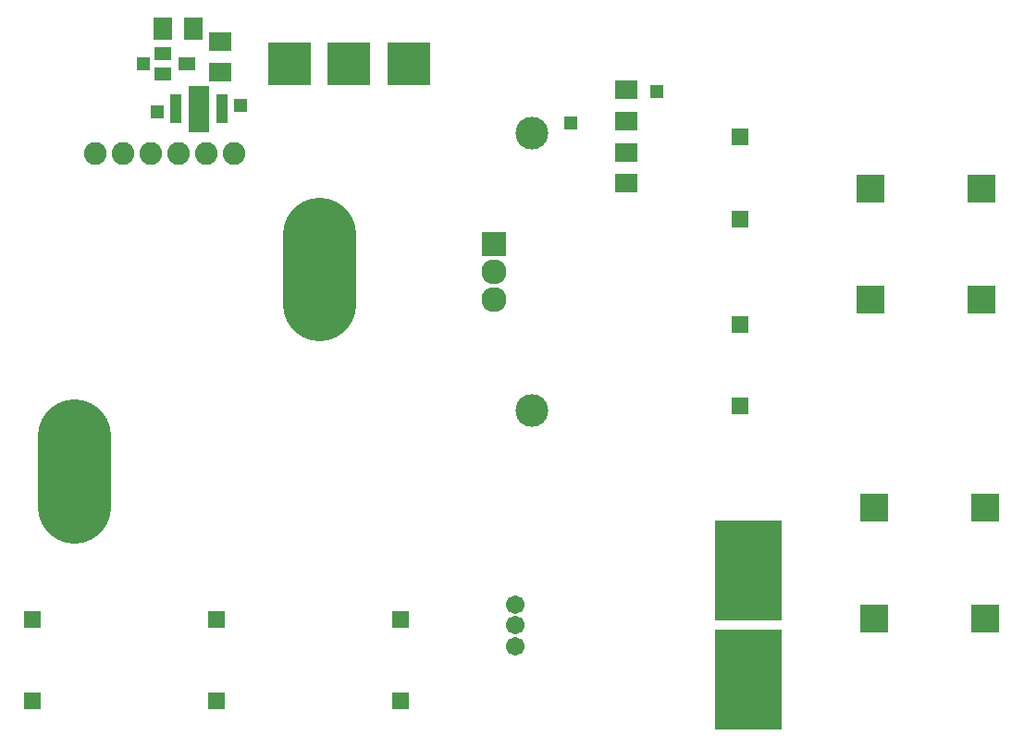
<source format=gts>
G75*
%MOIN*%
%OFA0B0*%
%FSLAX24Y24*%
%IPPOS*%
%LPD*%
%AMOC8*
5,1,8,0,0,1.08239X$1,22.5*
%
%ADD10R,0.1025X0.1025*%
%ADD11C,0.0820*%
%ADD12R,0.0905X0.0905*%
%ADD13C,0.0905*%
%ADD14C,0.1182*%
%ADD15R,0.0790X0.0710*%
%ADD16R,0.0430X0.0254*%
%ADD17R,0.0741X0.1655*%
%ADD18R,0.0595X0.0595*%
%ADD19C,0.0671*%
%ADD20R,0.2442X0.3623*%
%ADD21C,0.0477*%
%ADD22C,0.2620*%
%ADD23R,0.1580X0.1580*%
%ADD24R,0.0710X0.0789*%
%ADD25R,0.0789X0.0710*%
%ADD26R,0.0631X0.0474*%
%ADD27R,0.0476X0.0476*%
D10*
X033861Y016660D03*
X037861Y016660D03*
X037861Y020660D03*
X033861Y020660D03*
X033986Y009160D03*
X037986Y009160D03*
X037986Y005160D03*
X033986Y005160D03*
D11*
X010910Y021910D03*
X009910Y021910D03*
X008910Y021910D03*
X007910Y021910D03*
X006910Y021910D03*
X005910Y021910D03*
D12*
X020279Y018660D03*
D13*
X020279Y017660D03*
X020279Y016660D03*
D14*
X021660Y012660D03*
X021660Y022660D03*
D15*
X025035Y023100D03*
X025035Y024220D03*
X025035Y021970D03*
X025035Y020850D03*
D16*
X010489Y023151D03*
X010489Y023407D03*
X010489Y023663D03*
X010489Y023919D03*
X008831Y023919D03*
X008831Y023663D03*
X008831Y023407D03*
X008831Y023151D03*
D17*
X009660Y023535D03*
D18*
X003660Y002184D03*
X003660Y005136D03*
X010285Y005136D03*
X010285Y002184D03*
X016910Y002184D03*
X016910Y005136D03*
X029160Y012809D03*
X029160Y015761D03*
X029160Y019559D03*
X029160Y022511D03*
D19*
X021035Y005662D03*
X021035Y004910D03*
X021035Y004158D03*
D20*
X029460Y002941D03*
X029460Y006879D03*
D21*
X028673Y007142D03*
X028673Y007666D03*
X028830Y008138D03*
X029185Y008414D03*
X029736Y008414D03*
X030090Y008138D03*
X030248Y007666D03*
X030248Y007142D03*
X030248Y006615D03*
X030248Y006091D03*
X030090Y005619D03*
X029736Y005343D03*
X029185Y005343D03*
X028830Y005619D03*
X028673Y006091D03*
X028673Y006615D03*
X029185Y004477D03*
X028830Y004201D03*
X028673Y003729D03*
X028673Y003205D03*
X028673Y002678D03*
X028673Y002154D03*
X028830Y001682D03*
X029185Y001406D03*
X029736Y001406D03*
X030090Y001682D03*
X030248Y002154D03*
X030248Y002678D03*
X030248Y003205D03*
X030248Y003729D03*
X030090Y004201D03*
X029736Y004477D03*
D22*
X013995Y016484D02*
X013995Y019024D01*
X005136Y011741D02*
X005136Y009201D01*
D23*
X012910Y025160D03*
X015056Y025160D03*
X017201Y025160D03*
D24*
X009461Y026410D03*
X008359Y026410D03*
D25*
X010410Y025961D03*
X010410Y024859D03*
D26*
X009218Y025160D03*
X008352Y024786D03*
X008352Y025534D03*
D27*
X007660Y025160D03*
X008160Y023410D03*
X011160Y023660D03*
X023035Y023035D03*
X026160Y024160D03*
M02*

</source>
